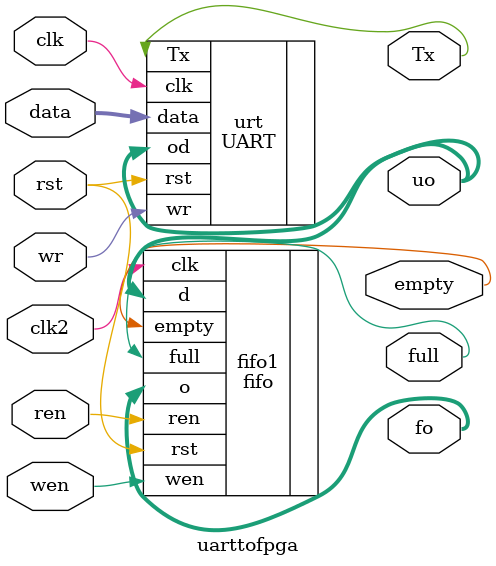
<source format=v>
module uarttofpga(
  input  [7:0]data,
  output [7:0]uo,
  output Tx,
  output  [7:0]fo,
  output full,empty,
  input rst,clk,clk2,wr,wen,ren);
  
  UART urt(.rst(rst),.clk(clk),.wr(wr),.data(data),.od(uo),.Tx(Tx));
  fifo fifo1(.clk(clk2),.rst(rst),.d(uo),.o(fo),.full(full),.empty(empty),.wen(wen),.ren(ren));
endmodule
  
  
  
</source>
